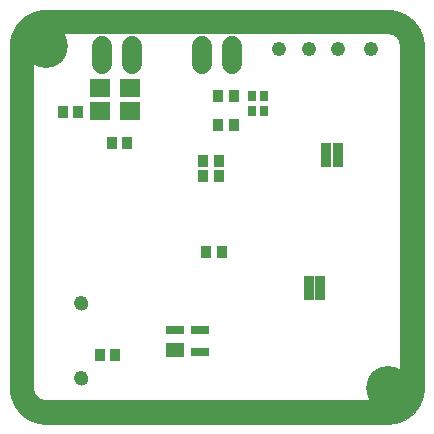
<source format=gbs>
G04 EAGLE Gerber RS-274X export*
G75*
%MOMM*%
%FSLAX35Y35*%
%LPD*%
%INsolder_mask_bottom*%
%IPPOS*%
%AMOC8*
5,1,8,0,0,1.08239X$1,22.5*%
G01*
%ADD10C,0.000000*%
%ADD11C,2.000000*%
%ADD12R,0.903200X1.103200*%
%ADD13R,1.513200X1.143200*%
%ADD14R,1.513200X0.753200*%
%ADD15R,1.703200X1.503200*%
%ADD16R,0.853200X0.503200*%
%ADD17R,0.803200X0.903200*%
%ADD18C,1.219200*%
%ADD19C,1.727200*%
%ADD20C,1.223200*%
%ADD21C,3.719200*%


D10*
X3199983Y3499983D02*
X300074Y3499817D01*
X300074Y3499818D02*
X292788Y3499719D01*
X285506Y3499444D01*
X278233Y3498992D01*
X270973Y3498364D01*
X263730Y3497560D01*
X256509Y3496581D01*
X249314Y3495427D01*
X242149Y3494098D01*
X235018Y3492596D01*
X227926Y3490922D01*
X220876Y3489077D01*
X213874Y3487060D01*
X206922Y3484875D01*
X200025Y3482522D01*
X193188Y3480002D01*
X186413Y3477317D01*
X179706Y3474468D01*
X173070Y3471458D01*
X166509Y3468288D01*
X160026Y3464959D01*
X153626Y3461474D01*
X147313Y3457835D01*
X141089Y3454044D01*
X134960Y3450103D01*
X128928Y3446015D01*
X122996Y3441781D01*
X117170Y3437405D01*
X111451Y3432889D01*
X105843Y3428236D01*
X100349Y3423448D01*
X94974Y3418528D01*
X89719Y3413479D01*
X84589Y3408304D01*
X79585Y3403006D01*
X74711Y3397589D01*
X69970Y3392055D01*
X65365Y3386407D01*
X60898Y3380650D01*
X56572Y3374786D01*
X52390Y3368818D01*
X48353Y3362751D01*
X44465Y3356588D01*
X40727Y3350333D01*
X37143Y3343988D01*
X33713Y3337559D01*
X30440Y3331048D01*
X27326Y3324460D01*
X24372Y3317798D01*
X21581Y3311067D01*
X18954Y3304270D01*
X16493Y3297411D01*
X14199Y3290494D01*
X12073Y3283524D01*
X10117Y3276504D01*
X8332Y3269439D01*
X6718Y3262333D01*
X5278Y3255190D01*
X4011Y3248013D01*
X2918Y3240809D01*
X2001Y3233580D01*
X1259Y3226330D01*
X693Y3219065D01*
X304Y3211789D01*
X91Y3204505D01*
X92Y3204504D02*
X8Y295296D01*
X8Y295295D02*
X152Y288103D01*
X469Y280917D01*
X960Y273741D01*
X1624Y266579D01*
X2462Y259435D01*
X3471Y252313D01*
X4652Y245217D01*
X6005Y238152D01*
X7527Y231122D01*
X9219Y224131D01*
X11080Y217183D01*
X13108Y210282D01*
X15302Y203431D01*
X17661Y196636D01*
X20184Y189900D01*
X22868Y183227D01*
X25713Y176620D01*
X28717Y170084D01*
X31878Y163623D01*
X35194Y157240D01*
X38663Y150939D01*
X42284Y144723D01*
X46054Y138597D01*
X49970Y132564D01*
X54032Y126627D01*
X58235Y120790D01*
X62579Y115056D01*
X67059Y109429D01*
X71675Y103912D01*
X76422Y98508D01*
X81299Y93221D01*
X86301Y88052D01*
X91428Y83006D01*
X96674Y78086D01*
X102039Y73294D01*
X107517Y68632D01*
X113106Y64105D01*
X118803Y59713D01*
X124605Y55461D01*
X130508Y51350D01*
X136508Y47383D01*
X142602Y43562D01*
X148787Y39890D01*
X155059Y36368D01*
X161414Y32999D01*
X167849Y29784D01*
X174359Y26726D01*
X180942Y23825D01*
X187593Y21085D01*
X194308Y18506D01*
X201083Y16091D01*
X207914Y13839D01*
X214799Y11754D01*
X221731Y9835D01*
X228708Y8085D01*
X235725Y6503D01*
X242778Y5092D01*
X249863Y3851D01*
X256977Y2782D01*
X264114Y1886D01*
X271270Y1161D01*
X278442Y611D01*
X285625Y233D01*
X292815Y29D01*
X300008Y-1D01*
X300008Y0D02*
X3200000Y0D01*
X3207249Y88D01*
X3214494Y350D01*
X3221730Y788D01*
X3228954Y1401D01*
X3236161Y2187D01*
X3243347Y3148D01*
X3250507Y4282D01*
X3257638Y5589D01*
X3264735Y7068D01*
X3271795Y8717D01*
X3278812Y10537D01*
X3285784Y12526D01*
X3292705Y14683D01*
X3299572Y17006D01*
X3306381Y19495D01*
X3313128Y22148D01*
X3319809Y24962D01*
X3326420Y27938D01*
X3332957Y31072D01*
X3339417Y34363D01*
X3345795Y37810D01*
X3352088Y41409D01*
X3358292Y45160D01*
X3364404Y49059D01*
X3370419Y53105D01*
X3376336Y57295D01*
X3382149Y61627D01*
X3387856Y66098D01*
X3393453Y70705D01*
X3398937Y75447D01*
X3404305Y80319D01*
X3409553Y85320D01*
X3414680Y90447D01*
X3419681Y95695D01*
X3424553Y101063D01*
X3429295Y106547D01*
X3433902Y112144D01*
X3438373Y117851D01*
X3442705Y123664D01*
X3446895Y129581D01*
X3450941Y135596D01*
X3454840Y141708D01*
X3458591Y147912D01*
X3462190Y154205D01*
X3465637Y160583D01*
X3468928Y167043D01*
X3472062Y173580D01*
X3475038Y180191D01*
X3477852Y186872D01*
X3480505Y193619D01*
X3482994Y200428D01*
X3485317Y207295D01*
X3487474Y214216D01*
X3489463Y221188D01*
X3491283Y228205D01*
X3492932Y235265D01*
X3494411Y242362D01*
X3495718Y249493D01*
X3496852Y256653D01*
X3497813Y263839D01*
X3498599Y271046D01*
X3499212Y278270D01*
X3499650Y285506D01*
X3499912Y292751D01*
X3500000Y300000D01*
X3500000Y3199983D01*
X3499912Y3207232D01*
X3499650Y3214478D01*
X3499212Y3221714D01*
X3498599Y3228938D01*
X3497813Y3236145D01*
X3496852Y3243331D01*
X3495718Y3250492D01*
X3494411Y3257623D01*
X3492932Y3264721D01*
X3491282Y3271780D01*
X3489462Y3278798D01*
X3487473Y3285770D01*
X3485316Y3292691D01*
X3482992Y3299559D01*
X3480503Y3306368D01*
X3477851Y3313115D01*
X3475036Y3319796D01*
X3472060Y3326408D01*
X3468926Y3332945D01*
X3465634Y3339405D01*
X3462188Y3345783D01*
X3458588Y3352076D01*
X3454837Y3358280D01*
X3450938Y3364392D01*
X3446891Y3370408D01*
X3442701Y3376324D01*
X3438369Y3382137D01*
X3433898Y3387844D01*
X3429290Y3393442D01*
X3424548Y3398926D01*
X3419675Y3404294D01*
X3414674Y3409542D01*
X3409547Y3414669D01*
X3404298Y3419670D01*
X3398930Y3424542D01*
X3393445Y3429284D01*
X3387848Y3433891D01*
X3382141Y3438362D01*
X3376327Y3442694D01*
X3370411Y3446884D01*
X3364395Y3450930D01*
X3358283Y3454829D01*
X3352078Y3458580D01*
X3345785Y3462179D01*
X3339406Y3465625D01*
X3332947Y3468916D01*
X3326409Y3472051D01*
X3319798Y3475026D01*
X3313116Y3477840D01*
X3306369Y3480493D01*
X3299560Y3482981D01*
X3292692Y3485304D01*
X3285770Y3487461D01*
X3278798Y3489449D01*
X3271781Y3491269D01*
X3264721Y3492919D01*
X3257623Y3494397D01*
X3250492Y3495703D01*
X3243331Y3496837D01*
X3236145Y3497798D01*
X3228938Y3498584D01*
X3221714Y3499196D01*
X3214477Y3499633D01*
X3207232Y3499896D01*
X3199983Y3499983D01*
D11*
X3200000Y100000D02*
X300000Y100000D01*
X295167Y100058D01*
X290337Y100234D01*
X285513Y100525D01*
X280697Y100934D01*
X275893Y101458D01*
X271102Y102099D01*
X266329Y102855D01*
X261575Y103726D01*
X256843Y104712D01*
X252137Y105812D01*
X247459Y107025D01*
X242811Y108351D01*
X238197Y109789D01*
X233618Y111338D01*
X229079Y112997D01*
X224581Y114765D01*
X220127Y116642D01*
X215720Y118625D01*
X211362Y120715D01*
X207055Y122909D01*
X202803Y125206D01*
X198608Y127606D01*
X194472Y130106D01*
X190397Y132706D01*
X186387Y135403D01*
X182443Y138197D01*
X178567Y141084D01*
X174763Y144065D01*
X171032Y147137D01*
X167375Y150298D01*
X163797Y153546D01*
X160298Y156880D01*
X156880Y160298D01*
X153546Y163797D01*
X150298Y167375D01*
X147137Y171032D01*
X144065Y174763D01*
X141084Y178567D01*
X138197Y182443D01*
X135403Y186387D01*
X132706Y190397D01*
X130106Y194472D01*
X127606Y198608D01*
X125206Y202803D01*
X122909Y207055D01*
X120715Y211362D01*
X118625Y215720D01*
X116642Y220127D01*
X114765Y224581D01*
X112997Y229079D01*
X111338Y233618D01*
X109789Y238197D01*
X108351Y242811D01*
X107025Y247459D01*
X105812Y252137D01*
X104712Y256843D01*
X103726Y261575D01*
X102855Y266329D01*
X102099Y271102D01*
X101458Y275893D01*
X100934Y280697D01*
X100525Y285513D01*
X100234Y290337D01*
X100058Y295167D01*
X100000Y300000D01*
X100000Y3200000D01*
X100058Y3204833D01*
X100234Y3209663D01*
X100525Y3214487D01*
X100934Y3219303D01*
X101458Y3224107D01*
X102099Y3228898D01*
X102855Y3233671D01*
X103726Y3238425D01*
X104712Y3243157D01*
X105812Y3247863D01*
X107025Y3252541D01*
X108351Y3257189D01*
X109789Y3261803D01*
X111338Y3266382D01*
X112997Y3270921D01*
X114765Y3275419D01*
X116642Y3279873D01*
X118625Y3284280D01*
X120715Y3288638D01*
X122909Y3292945D01*
X125206Y3297197D01*
X127606Y3301392D01*
X130106Y3305528D01*
X132706Y3309603D01*
X135403Y3313613D01*
X138197Y3317557D01*
X141084Y3321433D01*
X144065Y3325237D01*
X147137Y3328968D01*
X150298Y3332625D01*
X153546Y3336203D01*
X156880Y3339702D01*
X160298Y3343120D01*
X163797Y3346454D01*
X167375Y3349702D01*
X171032Y3352863D01*
X174763Y3355935D01*
X178567Y3358916D01*
X182443Y3361803D01*
X186387Y3364597D01*
X190397Y3367294D01*
X194472Y3369894D01*
X198608Y3372394D01*
X202803Y3374794D01*
X207055Y3377091D01*
X211362Y3379285D01*
X215720Y3381375D01*
X220127Y3383358D01*
X224581Y3385235D01*
X229079Y3387003D01*
X233618Y3388662D01*
X238197Y3390211D01*
X242811Y3391649D01*
X247459Y3392975D01*
X252137Y3394188D01*
X256843Y3395288D01*
X261575Y3396274D01*
X266329Y3397145D01*
X271102Y3397901D01*
X275893Y3398542D01*
X280697Y3399066D01*
X285513Y3399475D01*
X290337Y3399766D01*
X295167Y3399942D01*
X300000Y3400000D01*
X3200000Y3400000D01*
X3204833Y3399942D01*
X3209663Y3399766D01*
X3214487Y3399475D01*
X3219303Y3399066D01*
X3224107Y3398542D01*
X3228898Y3397901D01*
X3233671Y3397145D01*
X3238425Y3396274D01*
X3243157Y3395288D01*
X3247863Y3394188D01*
X3252541Y3392975D01*
X3257189Y3391649D01*
X3261803Y3390211D01*
X3266382Y3388662D01*
X3270921Y3387003D01*
X3275419Y3385235D01*
X3279873Y3383358D01*
X3284280Y3381375D01*
X3288638Y3379285D01*
X3292945Y3377091D01*
X3297197Y3374794D01*
X3301392Y3372394D01*
X3305528Y3369894D01*
X3309603Y3367294D01*
X3313613Y3364597D01*
X3317557Y3361803D01*
X3321433Y3358916D01*
X3325237Y3355935D01*
X3328968Y3352863D01*
X3332625Y3349702D01*
X3336203Y3346454D01*
X3339702Y3343120D01*
X3343120Y3339702D01*
X3346454Y3336203D01*
X3349702Y3332625D01*
X3352863Y3328968D01*
X3355935Y3325237D01*
X3358916Y3321433D01*
X3361803Y3317557D01*
X3364597Y3313613D01*
X3367294Y3309603D01*
X3369894Y3305528D01*
X3372394Y3301392D01*
X3374794Y3297197D01*
X3377091Y3292945D01*
X3379285Y3288638D01*
X3381375Y3284280D01*
X3383358Y3279873D01*
X3385235Y3275419D01*
X3387003Y3270921D01*
X3388662Y3266382D01*
X3390211Y3261803D01*
X3391649Y3257189D01*
X3392975Y3252541D01*
X3394188Y3247863D01*
X3395288Y3243157D01*
X3396274Y3238425D01*
X3397145Y3233671D01*
X3397901Y3228898D01*
X3398542Y3224107D01*
X3399066Y3219303D01*
X3399475Y3214487D01*
X3399766Y3209663D01*
X3399942Y3204833D01*
X3400000Y3200000D01*
X3400000Y300000D01*
X3399942Y295167D01*
X3399766Y290337D01*
X3399475Y285513D01*
X3399066Y280697D01*
X3398542Y275893D01*
X3397901Y271102D01*
X3397145Y266329D01*
X3396274Y261575D01*
X3395288Y256843D01*
X3394188Y252137D01*
X3392975Y247459D01*
X3391649Y242811D01*
X3390211Y238197D01*
X3388662Y233618D01*
X3387003Y229079D01*
X3385235Y224581D01*
X3383358Y220127D01*
X3381375Y215720D01*
X3379285Y211362D01*
X3377091Y207055D01*
X3374794Y202803D01*
X3372394Y198608D01*
X3369894Y194472D01*
X3367294Y190397D01*
X3364597Y186387D01*
X3361803Y182443D01*
X3358916Y178567D01*
X3355935Y174763D01*
X3352863Y171032D01*
X3349702Y167375D01*
X3346454Y163797D01*
X3343120Y160298D01*
X3339702Y156880D01*
X3336203Y153546D01*
X3332625Y150298D01*
X3328968Y147137D01*
X3325237Y144065D01*
X3321433Y141084D01*
X3317557Y138197D01*
X3313613Y135403D01*
X3309603Y132706D01*
X3305528Y130106D01*
X3301392Y127606D01*
X3297197Y125206D01*
X3292945Y122909D01*
X3288638Y120715D01*
X3284280Y118625D01*
X3279873Y116642D01*
X3275419Y114765D01*
X3270921Y112997D01*
X3266382Y111338D01*
X3261803Y109789D01*
X3257189Y108351D01*
X3252541Y107025D01*
X3247863Y105812D01*
X3243157Y104712D01*
X3238425Y103726D01*
X3233671Y102855D01*
X3228898Y102099D01*
X3224107Y101458D01*
X3219303Y100934D01*
X3214487Y100525D01*
X3209663Y100234D01*
X3204833Y100058D01*
X3200000Y100000D01*
D12*
X1890000Y2775000D03*
X1760000Y2775000D03*
X1760000Y2525000D03*
X1890000Y2525000D03*
X1635000Y2100000D03*
X1765000Y2100000D03*
X1660000Y1450000D03*
X1790000Y1450000D03*
X1635000Y2225000D03*
X1765000Y2225000D03*
X758900Y577700D03*
X888900Y577700D03*
X990000Y2375000D03*
X860000Y2375000D03*
D13*
X1394000Y624000D03*
D14*
X1394000Y796000D03*
X1606000Y796000D03*
X1606000Y604000D03*
D15*
X1016000Y2838200D03*
X1016000Y2648200D03*
D16*
X2675000Y2200000D03*
X2675000Y2250000D03*
X2675000Y2300000D03*
X2675000Y2350000D03*
X2775000Y2350000D03*
X2775000Y2300000D03*
X2775000Y2250000D03*
X2775000Y2200000D03*
X2525000Y1075000D03*
X2525000Y1125000D03*
X2525000Y1175000D03*
X2525000Y1225000D03*
X2625000Y1225000D03*
X2625000Y1175000D03*
X2625000Y1125000D03*
X2625000Y1075000D03*
D17*
X2050000Y2650000D03*
X2150000Y2650000D03*
X2150000Y2775000D03*
X2050000Y2775000D03*
D18*
X2275000Y3175000D03*
X2525000Y3175000D03*
X2775000Y3175000D03*
D19*
X1877000Y3201200D02*
X1877000Y3048800D01*
X1623000Y3048800D02*
X1623000Y3201200D01*
X1027000Y3201200D02*
X1027000Y3048800D01*
X773000Y3048800D02*
X773000Y3201200D01*
D12*
X573000Y2641600D03*
X443000Y2641600D03*
D15*
X762000Y2648200D03*
X762000Y2838200D03*
D10*
X549000Y1017500D02*
X549015Y1018752D01*
X549061Y1020002D01*
X549138Y1021252D01*
X549246Y1022499D01*
X549384Y1023743D01*
X549552Y1024983D01*
X549751Y1026219D01*
X549980Y1027450D01*
X550239Y1028674D01*
X550528Y1029892D01*
X550847Y1031102D01*
X551196Y1032305D01*
X551574Y1033498D01*
X551981Y1034681D01*
X552417Y1035855D01*
X552882Y1037017D01*
X553375Y1038167D01*
X553897Y1039305D01*
X554446Y1040430D01*
X555022Y1041541D01*
X555626Y1042638D01*
X556256Y1043719D01*
X556912Y1044785D01*
X557595Y1045834D01*
X558303Y1046866D01*
X559036Y1047881D01*
X559794Y1048877D01*
X560576Y1049854D01*
X561382Y1050812D01*
X562211Y1051750D01*
X563063Y1052667D01*
X563938Y1053562D01*
X564833Y1054437D01*
X565750Y1055289D01*
X566688Y1056118D01*
X567646Y1056924D01*
X568623Y1057706D01*
X569619Y1058464D01*
X570634Y1059197D01*
X571666Y1059905D01*
X572715Y1060588D01*
X573781Y1061244D01*
X574862Y1061874D01*
X575959Y1062478D01*
X577070Y1063054D01*
X578195Y1063603D01*
X579333Y1064125D01*
X580483Y1064618D01*
X581645Y1065083D01*
X582819Y1065519D01*
X584002Y1065926D01*
X585195Y1066304D01*
X586398Y1066653D01*
X587608Y1066972D01*
X588826Y1067261D01*
X590050Y1067520D01*
X591281Y1067749D01*
X592517Y1067948D01*
X593757Y1068116D01*
X595001Y1068254D01*
X596248Y1068362D01*
X597498Y1068439D01*
X598748Y1068485D01*
X600000Y1068500D01*
X601252Y1068485D01*
X602502Y1068439D01*
X603752Y1068362D01*
X604999Y1068254D01*
X606243Y1068116D01*
X607483Y1067948D01*
X608719Y1067749D01*
X609950Y1067520D01*
X611174Y1067261D01*
X612392Y1066972D01*
X613602Y1066653D01*
X614805Y1066304D01*
X615998Y1065926D01*
X617181Y1065519D01*
X618355Y1065083D01*
X619517Y1064618D01*
X620667Y1064125D01*
X621805Y1063603D01*
X622930Y1063054D01*
X624041Y1062478D01*
X625138Y1061874D01*
X626219Y1061244D01*
X627285Y1060588D01*
X628334Y1059905D01*
X629366Y1059197D01*
X630381Y1058464D01*
X631377Y1057706D01*
X632354Y1056924D01*
X633312Y1056118D01*
X634250Y1055289D01*
X635167Y1054437D01*
X636062Y1053562D01*
X636937Y1052667D01*
X637789Y1051750D01*
X638618Y1050812D01*
X639424Y1049854D01*
X640206Y1048877D01*
X640964Y1047881D01*
X641697Y1046866D01*
X642405Y1045834D01*
X643088Y1044785D01*
X643744Y1043719D01*
X644374Y1042638D01*
X644978Y1041541D01*
X645554Y1040430D01*
X646103Y1039305D01*
X646625Y1038167D01*
X647118Y1037017D01*
X647583Y1035855D01*
X648019Y1034681D01*
X648426Y1033498D01*
X648804Y1032305D01*
X649153Y1031102D01*
X649472Y1029892D01*
X649761Y1028674D01*
X650020Y1027450D01*
X650249Y1026219D01*
X650448Y1024983D01*
X650616Y1023743D01*
X650754Y1022499D01*
X650862Y1021252D01*
X650939Y1020002D01*
X650985Y1018752D01*
X651000Y1017500D01*
X650985Y1016248D01*
X650939Y1014998D01*
X650862Y1013748D01*
X650754Y1012501D01*
X650616Y1011257D01*
X650448Y1010017D01*
X650249Y1008781D01*
X650020Y1007550D01*
X649761Y1006326D01*
X649472Y1005108D01*
X649153Y1003898D01*
X648804Y1002695D01*
X648426Y1001502D01*
X648019Y1000319D01*
X647583Y999145D01*
X647118Y997983D01*
X646625Y996833D01*
X646103Y995695D01*
X645554Y994570D01*
X644978Y993459D01*
X644374Y992362D01*
X643744Y991281D01*
X643088Y990215D01*
X642405Y989166D01*
X641697Y988134D01*
X640964Y987119D01*
X640206Y986123D01*
X639424Y985146D01*
X638618Y984188D01*
X637789Y983250D01*
X636937Y982333D01*
X636062Y981438D01*
X635167Y980563D01*
X634250Y979711D01*
X633312Y978882D01*
X632354Y978076D01*
X631377Y977294D01*
X630381Y976536D01*
X629366Y975803D01*
X628334Y975095D01*
X627285Y974412D01*
X626219Y973756D01*
X625138Y973126D01*
X624041Y972522D01*
X622930Y971946D01*
X621805Y971397D01*
X620667Y970875D01*
X619517Y970382D01*
X618355Y969917D01*
X617181Y969481D01*
X615998Y969074D01*
X614805Y968696D01*
X613602Y968347D01*
X612392Y968028D01*
X611174Y967739D01*
X609950Y967480D01*
X608719Y967251D01*
X607483Y967052D01*
X606243Y966884D01*
X604999Y966746D01*
X603752Y966638D01*
X602502Y966561D01*
X601252Y966515D01*
X600000Y966500D01*
X598748Y966515D01*
X597498Y966561D01*
X596248Y966638D01*
X595001Y966746D01*
X593757Y966884D01*
X592517Y967052D01*
X591281Y967251D01*
X590050Y967480D01*
X588826Y967739D01*
X587608Y968028D01*
X586398Y968347D01*
X585195Y968696D01*
X584002Y969074D01*
X582819Y969481D01*
X581645Y969917D01*
X580483Y970382D01*
X579333Y970875D01*
X578195Y971397D01*
X577070Y971946D01*
X575959Y972522D01*
X574862Y973126D01*
X573781Y973756D01*
X572715Y974412D01*
X571666Y975095D01*
X570634Y975803D01*
X569619Y976536D01*
X568623Y977294D01*
X567646Y978076D01*
X566688Y978882D01*
X565750Y979711D01*
X564833Y980563D01*
X563938Y981438D01*
X563063Y982333D01*
X562211Y983250D01*
X561382Y984188D01*
X560576Y985146D01*
X559794Y986123D01*
X559036Y987119D01*
X558303Y988134D01*
X557595Y989166D01*
X556912Y990215D01*
X556256Y991281D01*
X555626Y992362D01*
X555022Y993459D01*
X554446Y994570D01*
X553897Y995695D01*
X553375Y996833D01*
X552882Y997983D01*
X552417Y999145D01*
X551981Y1000319D01*
X551574Y1001502D01*
X551196Y1002695D01*
X550847Y1003898D01*
X550528Y1005108D01*
X550239Y1006326D01*
X549980Y1007550D01*
X549751Y1008781D01*
X549552Y1010017D01*
X549384Y1011257D01*
X549246Y1012501D01*
X549138Y1013748D01*
X549061Y1014998D01*
X549015Y1016248D01*
X549000Y1017500D01*
D20*
X600000Y1017500D03*
D10*
X549000Y382500D02*
X549015Y383752D01*
X549061Y385002D01*
X549138Y386252D01*
X549246Y387499D01*
X549384Y388743D01*
X549552Y389983D01*
X549751Y391219D01*
X549980Y392450D01*
X550239Y393674D01*
X550528Y394892D01*
X550847Y396102D01*
X551196Y397305D01*
X551574Y398498D01*
X551981Y399681D01*
X552417Y400855D01*
X552882Y402017D01*
X553375Y403167D01*
X553897Y404305D01*
X554446Y405430D01*
X555022Y406541D01*
X555626Y407638D01*
X556256Y408719D01*
X556912Y409785D01*
X557595Y410834D01*
X558303Y411866D01*
X559036Y412881D01*
X559794Y413877D01*
X560576Y414854D01*
X561382Y415812D01*
X562211Y416750D01*
X563063Y417667D01*
X563938Y418562D01*
X564833Y419437D01*
X565750Y420289D01*
X566688Y421118D01*
X567646Y421924D01*
X568623Y422706D01*
X569619Y423464D01*
X570634Y424197D01*
X571666Y424905D01*
X572715Y425588D01*
X573781Y426244D01*
X574862Y426874D01*
X575959Y427478D01*
X577070Y428054D01*
X578195Y428603D01*
X579333Y429125D01*
X580483Y429618D01*
X581645Y430083D01*
X582819Y430519D01*
X584002Y430926D01*
X585195Y431304D01*
X586398Y431653D01*
X587608Y431972D01*
X588826Y432261D01*
X590050Y432520D01*
X591281Y432749D01*
X592517Y432948D01*
X593757Y433116D01*
X595001Y433254D01*
X596248Y433362D01*
X597498Y433439D01*
X598748Y433485D01*
X600000Y433500D01*
X601252Y433485D01*
X602502Y433439D01*
X603752Y433362D01*
X604999Y433254D01*
X606243Y433116D01*
X607483Y432948D01*
X608719Y432749D01*
X609950Y432520D01*
X611174Y432261D01*
X612392Y431972D01*
X613602Y431653D01*
X614805Y431304D01*
X615998Y430926D01*
X617181Y430519D01*
X618355Y430083D01*
X619517Y429618D01*
X620667Y429125D01*
X621805Y428603D01*
X622930Y428054D01*
X624041Y427478D01*
X625138Y426874D01*
X626219Y426244D01*
X627285Y425588D01*
X628334Y424905D01*
X629366Y424197D01*
X630381Y423464D01*
X631377Y422706D01*
X632354Y421924D01*
X633312Y421118D01*
X634250Y420289D01*
X635167Y419437D01*
X636062Y418562D01*
X636937Y417667D01*
X637789Y416750D01*
X638618Y415812D01*
X639424Y414854D01*
X640206Y413877D01*
X640964Y412881D01*
X641697Y411866D01*
X642405Y410834D01*
X643088Y409785D01*
X643744Y408719D01*
X644374Y407638D01*
X644978Y406541D01*
X645554Y405430D01*
X646103Y404305D01*
X646625Y403167D01*
X647118Y402017D01*
X647583Y400855D01*
X648019Y399681D01*
X648426Y398498D01*
X648804Y397305D01*
X649153Y396102D01*
X649472Y394892D01*
X649761Y393674D01*
X650020Y392450D01*
X650249Y391219D01*
X650448Y389983D01*
X650616Y388743D01*
X650754Y387499D01*
X650862Y386252D01*
X650939Y385002D01*
X650985Y383752D01*
X651000Y382500D01*
X650985Y381248D01*
X650939Y379998D01*
X650862Y378748D01*
X650754Y377501D01*
X650616Y376257D01*
X650448Y375017D01*
X650249Y373781D01*
X650020Y372550D01*
X649761Y371326D01*
X649472Y370108D01*
X649153Y368898D01*
X648804Y367695D01*
X648426Y366502D01*
X648019Y365319D01*
X647583Y364145D01*
X647118Y362983D01*
X646625Y361833D01*
X646103Y360695D01*
X645554Y359570D01*
X644978Y358459D01*
X644374Y357362D01*
X643744Y356281D01*
X643088Y355215D01*
X642405Y354166D01*
X641697Y353134D01*
X640964Y352119D01*
X640206Y351123D01*
X639424Y350146D01*
X638618Y349188D01*
X637789Y348250D01*
X636937Y347333D01*
X636062Y346438D01*
X635167Y345563D01*
X634250Y344711D01*
X633312Y343882D01*
X632354Y343076D01*
X631377Y342294D01*
X630381Y341536D01*
X629366Y340803D01*
X628334Y340095D01*
X627285Y339412D01*
X626219Y338756D01*
X625138Y338126D01*
X624041Y337522D01*
X622930Y336946D01*
X621805Y336397D01*
X620667Y335875D01*
X619517Y335382D01*
X618355Y334917D01*
X617181Y334481D01*
X615998Y334074D01*
X614805Y333696D01*
X613602Y333347D01*
X612392Y333028D01*
X611174Y332739D01*
X609950Y332480D01*
X608719Y332251D01*
X607483Y332052D01*
X606243Y331884D01*
X604999Y331746D01*
X603752Y331638D01*
X602502Y331561D01*
X601252Y331515D01*
X600000Y331500D01*
X598748Y331515D01*
X597498Y331561D01*
X596248Y331638D01*
X595001Y331746D01*
X593757Y331884D01*
X592517Y332052D01*
X591281Y332251D01*
X590050Y332480D01*
X588826Y332739D01*
X587608Y333028D01*
X586398Y333347D01*
X585195Y333696D01*
X584002Y334074D01*
X582819Y334481D01*
X581645Y334917D01*
X580483Y335382D01*
X579333Y335875D01*
X578195Y336397D01*
X577070Y336946D01*
X575959Y337522D01*
X574862Y338126D01*
X573781Y338756D01*
X572715Y339412D01*
X571666Y340095D01*
X570634Y340803D01*
X569619Y341536D01*
X568623Y342294D01*
X567646Y343076D01*
X566688Y343882D01*
X565750Y344711D01*
X564833Y345563D01*
X563938Y346438D01*
X563063Y347333D01*
X562211Y348250D01*
X561382Y349188D01*
X560576Y350146D01*
X559794Y351123D01*
X559036Y352119D01*
X558303Y353134D01*
X557595Y354166D01*
X556912Y355215D01*
X556256Y356281D01*
X555626Y357362D01*
X555022Y358459D01*
X554446Y359570D01*
X553897Y360695D01*
X553375Y361833D01*
X552882Y362983D01*
X552417Y364145D01*
X551981Y365319D01*
X551574Y366502D01*
X551196Y367695D01*
X550847Y368898D01*
X550528Y370108D01*
X550239Y371326D01*
X549980Y372550D01*
X549751Y373781D01*
X549552Y375017D01*
X549384Y376257D01*
X549246Y377501D01*
X549138Y378748D01*
X549061Y379998D01*
X549015Y381248D01*
X549000Y382500D01*
D20*
X600000Y382500D03*
D18*
X3050000Y3175000D03*
D21*
X300000Y3200000D03*
X3200000Y300000D03*
M02*

</source>
